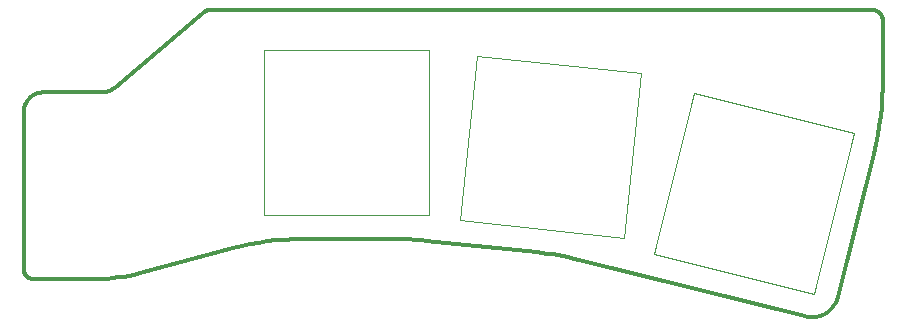
<source format=gbo>
%TF.GenerationSoftware,KiCad,Pcbnew,(6.0.6)*%
%TF.CreationDate,2022-09-19T19:58:40+09:00*%
%TF.ProjectId,split-mini_top__2,73706c69-742d-46d6-996e-695f746f705f,rev?*%
%TF.SameCoordinates,Original*%
%TF.FileFunction,Legend,Bot*%
%TF.FilePolarity,Positive*%
%FSLAX46Y46*%
G04 Gerber Fmt 4.6, Leading zero omitted, Abs format (unit mm)*
G04 Created by KiCad (PCBNEW (6.0.6)) date 2022-09-19 19:58:40*
%MOMM*%
%LPD*%
G01*
G04 APERTURE LIST*
%TA.AperFunction,Profile*%
%ADD10C,0.349999*%
%TD*%
%TA.AperFunction,Profile*%
%ADD11C,0.120000*%
%TD*%
%ADD12C,0.350000*%
%ADD13C,2.200000*%
G04 APERTURE END LIST*
D10*
X63937047Y-78670451D02*
X119203786Y-78670416D01*
X63937047Y-78670451D02*
X63937047Y-78670451D01*
X63890902Y-78671472D02*
X63937047Y-78670451D01*
X63845008Y-78674525D02*
X63890902Y-78671472D01*
X63799426Y-78679586D02*
X63845008Y-78674525D01*
X63754219Y-78686631D02*
X63799426Y-78679586D01*
X63709450Y-78695639D02*
X63754219Y-78686631D01*
X63665180Y-78706587D02*
X63709450Y-78695639D01*
X63621473Y-78719451D02*
X63665180Y-78706587D01*
X63578390Y-78734208D02*
X63621473Y-78719451D01*
X63535994Y-78750835D02*
X63578390Y-78734208D01*
X63494347Y-78769311D02*
X63535994Y-78750835D01*
X63453511Y-78789611D02*
X63494347Y-78769311D01*
X63413550Y-78811713D02*
X63453511Y-78789611D01*
X63374525Y-78835594D02*
X63413550Y-78811713D01*
X63336499Y-78861231D02*
X63374525Y-78835594D01*
X63299534Y-78888601D02*
X63336499Y-78861231D01*
X63263692Y-78917681D02*
X63299534Y-78888601D01*
X63263692Y-78917681D02*
X63263692Y-78917681D01*
X55818738Y-85237547D02*
X63263692Y-78917681D01*
X55818738Y-85237547D02*
X55818738Y-85237547D01*
X55755982Y-85288465D02*
X55818738Y-85237547D01*
X55691258Y-85336388D02*
X55755982Y-85288465D01*
X55624677Y-85381276D02*
X55691258Y-85336388D01*
X55556348Y-85423090D02*
X55624677Y-85381276D01*
X55486380Y-85461788D02*
X55556348Y-85423090D01*
X55414881Y-85497331D02*
X55486380Y-85461788D01*
X55341962Y-85529679D02*
X55414881Y-85497331D01*
X55267731Y-85558792D02*
X55341962Y-85529679D01*
X55192297Y-85584630D02*
X55267731Y-85558792D01*
X55115771Y-85607152D02*
X55192297Y-85584630D01*
X55038260Y-85626319D02*
X55115771Y-85607152D01*
X54959874Y-85642090D02*
X55038260Y-85626319D01*
X54880723Y-85654425D02*
X54959874Y-85642090D01*
X54800915Y-85663285D02*
X54880723Y-85654425D01*
X54720561Y-85668628D02*
X54800915Y-85663285D01*
X54639768Y-85670416D02*
X54720561Y-85668628D01*
X54639768Y-85670416D02*
X54639768Y-85670416D01*
X49728810Y-85670450D02*
X54639768Y-85670416D01*
X49728810Y-85670450D02*
X49728810Y-85670450D01*
X49641780Y-85672654D02*
X49728810Y-85670450D01*
X49555893Y-85679188D02*
X49641780Y-85672654D01*
X49471254Y-85689946D02*
X49555893Y-85679188D01*
X49387971Y-85704822D02*
X49471254Y-85689946D01*
X49306149Y-85723709D02*
X49387971Y-85704822D01*
X49225895Y-85746501D02*
X49306149Y-85723709D01*
X49147314Y-85773092D02*
X49225895Y-85746501D01*
X49070514Y-85803376D02*
X49147314Y-85773092D01*
X48995600Y-85837246D02*
X49070514Y-85803376D01*
X48922679Y-85874596D02*
X48995600Y-85837246D01*
X48851856Y-85915320D02*
X48922679Y-85874596D01*
X48783239Y-85959311D02*
X48851856Y-85915320D01*
X48716933Y-86006464D02*
X48783239Y-85959311D01*
X48653045Y-86056672D02*
X48716933Y-86006464D01*
X48591681Y-86109829D02*
X48653045Y-86056672D01*
X48532948Y-86165828D02*
X48591681Y-86109829D01*
X48476950Y-86224563D02*
X48532948Y-86165828D01*
X48423795Y-86285928D02*
X48476950Y-86224563D01*
X48373590Y-86349817D02*
X48423795Y-86285928D01*
X48326439Y-86416124D02*
X48373590Y-86349817D01*
X48282450Y-86484741D02*
X48326439Y-86416124D01*
X48241729Y-86555564D02*
X48282450Y-86484741D01*
X48204381Y-86628485D02*
X48241729Y-86555564D01*
X48170514Y-86703399D02*
X48204381Y-86628485D01*
X48140234Y-86780198D02*
X48170514Y-86703399D01*
X48113646Y-86858778D02*
X48140234Y-86780198D01*
X48090857Y-86939031D02*
X48113646Y-86858778D01*
X48071974Y-87020851D02*
X48090857Y-86939031D01*
X48057102Y-87104133D02*
X48071974Y-87020851D01*
X48046348Y-87188769D02*
X48057102Y-87104133D01*
X48039818Y-87274654D02*
X48046348Y-87188769D01*
X48037618Y-87361681D02*
X48039818Y-87274654D01*
X48037618Y-87361681D02*
X48037618Y-87361681D01*
X48037618Y-99830292D02*
X48037618Y-87361681D01*
X119810849Y-78670451D02*
X119203786Y-78670416D01*
X119810849Y-78670451D02*
X119810849Y-78670451D01*
X119861055Y-78671722D02*
X119810849Y-78670451D01*
X119910602Y-78675491D02*
X119861055Y-78671722D01*
X119959428Y-78681697D02*
X119910602Y-78675491D01*
X120007473Y-78690279D02*
X119959428Y-78681697D01*
X120054674Y-78701174D02*
X120007473Y-78690279D01*
X120100971Y-78714322D02*
X120054674Y-78701174D01*
X120146303Y-78729662D02*
X120100971Y-78714322D01*
X120190608Y-78747132D02*
X120146303Y-78729662D01*
X120233824Y-78766671D02*
X120190608Y-78747132D01*
X120275891Y-78788217D02*
X120233824Y-78766671D01*
X120316747Y-78811710D02*
X120275891Y-78788217D01*
X120356331Y-78837087D02*
X120316747Y-78811710D01*
X120394582Y-78864289D02*
X120356331Y-78837087D01*
X120431438Y-78893252D02*
X120394582Y-78864289D01*
X120466838Y-78923917D02*
X120431438Y-78893252D01*
X120500721Y-78956222D02*
X120466838Y-78923917D01*
X120533025Y-78990105D02*
X120500721Y-78956222D01*
X120563689Y-79025505D02*
X120533025Y-78990105D01*
X120592652Y-79062360D02*
X120563689Y-79025505D01*
X120619853Y-79100611D02*
X120592652Y-79062360D01*
X120645230Y-79140195D02*
X120619853Y-79100611D01*
X120668721Y-79181050D02*
X120645230Y-79140195D01*
X120690267Y-79223116D02*
X120668721Y-79181050D01*
X120709804Y-79266332D02*
X120690267Y-79223116D01*
X120727273Y-79310635D02*
X120709804Y-79266332D01*
X120742611Y-79355966D02*
X120727273Y-79310635D01*
X120755758Y-79402261D02*
X120742611Y-79355966D01*
X120766652Y-79449461D02*
X120755758Y-79402261D01*
X120775232Y-79497503D02*
X120766652Y-79449461D01*
X120781436Y-79546328D02*
X120775232Y-79497503D01*
X120785204Y-79595872D02*
X120781436Y-79546328D01*
X120786473Y-79646075D02*
X120785204Y-79595872D01*
X120786473Y-79646075D02*
X120786473Y-79646075D01*
X120786473Y-84494249D02*
X120786473Y-79646075D01*
X120786473Y-84494249D02*
X120786473Y-84494249D01*
X120774186Y-85298117D02*
X120786473Y-84494249D01*
X120737370Y-86100671D02*
X120774186Y-85298117D01*
X120676094Y-86901352D02*
X120737370Y-86100671D01*
X120590426Y-87699605D02*
X120676094Y-86901352D01*
X120480435Y-88494871D02*
X120590426Y-87699605D01*
X120346188Y-89286593D02*
X120480435Y-88494871D01*
X120187753Y-90074213D02*
X120346188Y-89286593D01*
X120005200Y-90857175D02*
X120187753Y-90074213D01*
X120005200Y-90857175D02*
X120005200Y-90857175D01*
X116980863Y-102987137D02*
X120005200Y-90857175D01*
X116980863Y-102987137D02*
X116980863Y-102987137D01*
X116949745Y-103099730D02*
X116980863Y-102987137D01*
X116913361Y-103209430D02*
X116949745Y-103099730D01*
X116871882Y-103316132D02*
X116913361Y-103209430D01*
X116825483Y-103419734D02*
X116871882Y-103316132D01*
X116774335Y-103520130D02*
X116825483Y-103419734D01*
X116718611Y-103617219D02*
X116774335Y-103520130D01*
X116658485Y-103710895D02*
X116718611Y-103617219D01*
X116594128Y-103801054D02*
X116658485Y-103710895D01*
X116525715Y-103887594D02*
X116594128Y-103801054D01*
X116453418Y-103970409D02*
X116525715Y-103887594D01*
X116377409Y-104049397D02*
X116453418Y-103970409D01*
X116297862Y-104124453D02*
X116377409Y-104049397D01*
X116214949Y-104195474D02*
X116297862Y-104124453D01*
X116128843Y-104262355D02*
X116214949Y-104195474D01*
X116039717Y-104324993D02*
X116128843Y-104262355D01*
X115947744Y-104383284D02*
X116039717Y-104324993D01*
X115853097Y-104437124D02*
X115947744Y-104383284D01*
X115755948Y-104486410D02*
X115853097Y-104437124D01*
X115656471Y-104531036D02*
X115755948Y-104486410D01*
X115554838Y-104570901D02*
X115656471Y-104531036D01*
X115451222Y-104605899D02*
X115554838Y-104570901D01*
X115345795Y-104635926D02*
X115451222Y-104605899D01*
X115238732Y-104660880D02*
X115345795Y-104635926D01*
X115130204Y-104680656D02*
X115238732Y-104660880D01*
X115020384Y-104695151D02*
X115130204Y-104680656D01*
X114909446Y-104704259D02*
X115020384Y-104695151D01*
X114797562Y-104707879D02*
X114909446Y-104704259D01*
X114684904Y-104705905D02*
X114797562Y-104707879D01*
X114571647Y-104698234D02*
X114684904Y-104705905D01*
X114457961Y-104684762D02*
X114571647Y-104698234D01*
X114344022Y-104665385D02*
X114457961Y-104684762D01*
X114230000Y-104640000D02*
X114344022Y-104665385D01*
X114230000Y-104640000D02*
X114230000Y-104640000D01*
X95046544Y-99857041D02*
X114230000Y-104640000D01*
X95046544Y-99857041D02*
X95046544Y-99857041D01*
X94603596Y-99750697D02*
X95046544Y-99857041D01*
X94158958Y-99652123D02*
X94603596Y-99750697D01*
X93712735Y-99561338D02*
X94158958Y-99652123D01*
X93265029Y-99478360D02*
X93712735Y-99561338D01*
X92815943Y-99403207D02*
X93265029Y-99478360D01*
X92365581Y-99335896D02*
X92815943Y-99403207D01*
X91914045Y-99276447D02*
X92365581Y-99335896D01*
X91461438Y-99224877D02*
X91914045Y-99276447D01*
X91461438Y-99224877D02*
X91461438Y-99224877D01*
X82114419Y-98242447D02*
X91461438Y-99224877D01*
X82114419Y-98242447D02*
X82114419Y-98242447D01*
X81764680Y-98208004D02*
X82114419Y-98242447D01*
X81414568Y-98178145D02*
X81764680Y-98208004D01*
X81064127Y-98152874D02*
X81414568Y-98178145D01*
X80713400Y-98132192D02*
X81064127Y-98152874D01*
X80362433Y-98116103D02*
X80713400Y-98132192D01*
X80011269Y-98104609D02*
X80362433Y-98116103D01*
X79659953Y-98097712D02*
X80011269Y-98104609D01*
X79308530Y-98095414D02*
X79659953Y-98097712D01*
X79308530Y-98095414D02*
X79308530Y-98095414D01*
X71626344Y-98095437D02*
X79308530Y-98095414D01*
X71626344Y-98095437D02*
X71626344Y-98095437D01*
X70885313Y-98107584D02*
X71626344Y-98095437D01*
X70145676Y-98143985D02*
X70885313Y-98107584D01*
X69408024Y-98204561D02*
X70145676Y-98143985D01*
X68672947Y-98289236D02*
X69408024Y-98204561D01*
X67941037Y-98397930D02*
X68672947Y-98289236D01*
X67212884Y-98530567D02*
X67941037Y-98397930D01*
X66489079Y-98687068D02*
X67212884Y-98530567D01*
X65770211Y-98867356D02*
X66489079Y-98687068D01*
X65770211Y-98867356D02*
X65770211Y-98867356D01*
X57863942Y-100988648D02*
X65770211Y-98867356D01*
X57863942Y-100988648D02*
X57863942Y-100988648D01*
X57415266Y-101101170D02*
X57863942Y-100988648D01*
X56963507Y-101198846D02*
X57415266Y-101101170D01*
X56509033Y-101281627D02*
X56963507Y-101198846D01*
X56052216Y-101349465D02*
X56509033Y-101281627D01*
X55593422Y-101402311D02*
X56052216Y-101349465D01*
X55133021Y-101440117D02*
X55593422Y-101402311D01*
X54671382Y-101462834D02*
X55133021Y-101440117D01*
X54208875Y-101470414D02*
X54671382Y-101462834D01*
X54208875Y-101470414D02*
X54208875Y-101470414D01*
X48850476Y-101470444D02*
X54208875Y-101470414D01*
X48850476Y-101470444D02*
X48850476Y-101470444D01*
X48810169Y-101469447D02*
X48850476Y-101470444D01*
X48770135Y-101466470D02*
X48810169Y-101469447D01*
X48730442Y-101461540D02*
X48770135Y-101466470D01*
X48691155Y-101454687D02*
X48730442Y-101461540D01*
X48652342Y-101445936D02*
X48691155Y-101454687D01*
X48614070Y-101435317D02*
X48652342Y-101445936D01*
X48576403Y-101422856D02*
X48614070Y-101435317D01*
X48539411Y-101408580D02*
X48576403Y-101422856D01*
X48503158Y-101392519D02*
X48539411Y-101408580D01*
X48467711Y-101374698D02*
X48503158Y-101392519D01*
X48433138Y-101355146D02*
X48467711Y-101374698D01*
X48399505Y-101333891D02*
X48433138Y-101355146D01*
X48366878Y-101310959D02*
X48399505Y-101333891D01*
X48335323Y-101286379D02*
X48366878Y-101310959D01*
X48304909Y-101260178D02*
X48335323Y-101286379D01*
X48275701Y-101232384D02*
X48304909Y-101260178D01*
X48275701Y-101232384D02*
X48275701Y-101232384D01*
X48247905Y-101203177D02*
X48275701Y-101232384D01*
X48221703Y-101172764D02*
X48247905Y-101203177D01*
X48197121Y-101141211D02*
X48221703Y-101172764D01*
X48174188Y-101108584D02*
X48197121Y-101141211D01*
X48152931Y-101074951D02*
X48174188Y-101108584D01*
X48133378Y-101040378D02*
X48152931Y-101074951D01*
X48115556Y-101004931D02*
X48133378Y-101040378D01*
X48099493Y-100968677D02*
X48115556Y-101004931D01*
X48085216Y-100931683D02*
X48099493Y-100968677D01*
X48072754Y-100894015D02*
X48085216Y-100931683D01*
X48062133Y-100855740D02*
X48072754Y-100894015D01*
X48053381Y-100816924D02*
X48062133Y-100855740D01*
X48046526Y-100777634D02*
X48053381Y-100816924D01*
X48041595Y-100737937D02*
X48046526Y-100777634D01*
X48038617Y-100697898D02*
X48041595Y-100737937D01*
X48037618Y-100657586D02*
X48038617Y-100697898D01*
X48037618Y-100657586D02*
X48037618Y-100657586D01*
X48037618Y-99830292D02*
X48037618Y-100657586D01*
D11*
%TO.C,SW16*%
X68370000Y-82080000D02*
X68370000Y-96080000D01*
X68370000Y-96080000D02*
X82370000Y-96080000D01*
X82370000Y-82080000D02*
X68370000Y-82080000D01*
X82370000Y-96080000D02*
X82370000Y-82080000D01*
%TO.C,SW18*%
X101383577Y-99337617D02*
X114967717Y-102724523D01*
X104770483Y-85753477D02*
X101383577Y-99337617D01*
X118354623Y-89140383D02*
X104770483Y-85753477D01*
X114967717Y-102724523D02*
X118354623Y-89140383D01*
%TO.C,SW17*%
X100346253Y-84056746D02*
X86422946Y-82593347D01*
X86422946Y-82593347D02*
X84959547Y-96516654D01*
X84959547Y-96516654D02*
X98882854Y-97980053D01*
X98882854Y-97980053D02*
X100346253Y-84056746D01*
%TD*%
D12*
X112800000Y-84690000D03*
X53040000Y-95600000D03*
%LPC*%
D13*
%TO.C,HOLE5*%
X112800000Y-84690000D03*
%TD*%
%TO.C,HOLE4*%
X53040000Y-95600000D03*
%TD*%
M02*

</source>
